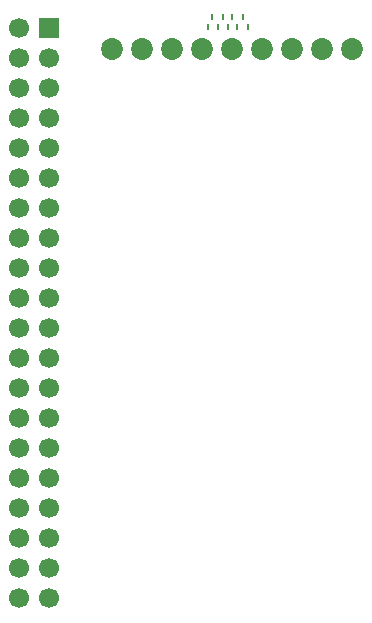
<source format=gbr>
%TF.GenerationSoftware,KiCad,Pcbnew,9.0.4-9.0.4-0~ubuntu22.04.1*%
%TF.CreationDate,2025-10-27T10:58:52+05:30*%
%TF.ProjectId,Pin_Socket,50696e5f-536f-4636-9b65-742e6b696361,rev?*%
%TF.SameCoordinates,Original*%
%TF.FileFunction,Soldermask,Top*%
%TF.FilePolarity,Negative*%
%FSLAX46Y46*%
G04 Gerber Fmt 4.6, Leading zero omitted, Abs format (unit mm)*
G04 Created by KiCad (PCBNEW 9.0.4-9.0.4-0~ubuntu22.04.1) date 2025-10-27 10:58:52*
%MOMM*%
%LPD*%
G01*
G04 APERTURE LIST*
%ADD10R,1.700000X1.700000*%
%ADD11C,1.700000*%
%ADD12R,0.250000X0.500000*%
%ADD13C,1.854000*%
G04 APERTURE END LIST*
D10*
%TO.C,J1*%
X133770000Y-65294200D03*
D11*
X131230000Y-65294200D03*
X133770000Y-67834200D03*
X131230000Y-67834200D03*
X133770000Y-70374200D03*
X131230000Y-70374200D03*
X133770000Y-72914200D03*
X131230000Y-72914200D03*
X133770000Y-75454200D03*
X131230000Y-75454200D03*
X133770000Y-77994200D03*
X131230000Y-77994200D03*
X133770000Y-80534200D03*
X131230000Y-80534200D03*
X133770000Y-83074200D03*
X131230000Y-83074200D03*
X133770000Y-85614200D03*
X131230000Y-85614200D03*
X133770000Y-88154200D03*
X131230000Y-88154200D03*
X133770000Y-90694200D03*
X131230000Y-90694200D03*
X133770000Y-93234200D03*
X131230000Y-93234200D03*
X133770000Y-95774200D03*
X131230000Y-95774200D03*
X133770000Y-98314200D03*
X131230000Y-98314200D03*
X133770000Y-100854200D03*
X131230000Y-100854200D03*
X133770000Y-103394200D03*
X131230000Y-103394200D03*
X133770000Y-105934200D03*
X131230000Y-105934200D03*
X133770000Y-108474200D03*
X131230000Y-108474200D03*
X133770000Y-111014200D03*
X131230000Y-111014200D03*
X133770000Y-113554200D03*
X131230000Y-113554200D03*
%TD*%
D12*
%TO.C,IC1*%
X147199800Y-65191100D03*
X148099800Y-65191100D03*
X148899800Y-65191100D03*
X149699800Y-65191100D03*
X150599800Y-65191100D03*
X150199800Y-64391100D03*
X149299800Y-64391100D03*
X148499800Y-64391100D03*
X147599800Y-64391100D03*
%TD*%
D13*
%TO.C,J3*%
X159430000Y-67054200D03*
X156890000Y-67054200D03*
X154350000Y-67054200D03*
X151810000Y-67054200D03*
X149270000Y-67054200D03*
X146730000Y-67054200D03*
X144190000Y-67054200D03*
X141650000Y-67054200D03*
X139110000Y-67054200D03*
%TD*%
M02*

</source>
